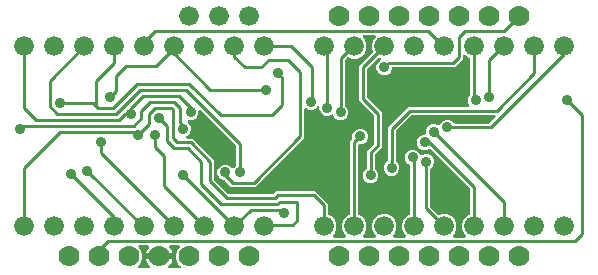
<source format=gbr>
G04 EAGLE Gerber RS-274X export*
G75*
%MOMM*%
%FSLAX34Y34*%
%LPD*%
%INTop Copper*%
%IPPOS*%
%AMOC8*
5,1,8,0,0,1.08239X$1,22.5*%
G01*
%ADD10C,1.676400*%
%ADD11C,1.778000*%
%ADD12C,0.254000*%
%ADD13C,0.906400*%

G36*
X42542Y-85580D02*
X42542Y-85580D01*
X42681Y-85567D01*
X42700Y-85560D01*
X42720Y-85557D01*
X42849Y-85506D01*
X42980Y-85459D01*
X42997Y-85448D01*
X43016Y-85440D01*
X43128Y-85359D01*
X43243Y-85281D01*
X43257Y-85265D01*
X43273Y-85254D01*
X43362Y-85146D01*
X43454Y-85042D01*
X43463Y-85024D01*
X43476Y-85009D01*
X43535Y-84883D01*
X43598Y-84759D01*
X43603Y-84739D01*
X43611Y-84721D01*
X43637Y-84584D01*
X43668Y-84449D01*
X43667Y-84428D01*
X43671Y-84409D01*
X43662Y-84270D01*
X43658Y-84131D01*
X43653Y-84111D01*
X43651Y-84091D01*
X43609Y-83959D01*
X43570Y-83825D01*
X43560Y-83808D01*
X43553Y-83789D01*
X43479Y-83671D01*
X43408Y-83551D01*
X43390Y-83530D01*
X43383Y-83520D01*
X43368Y-83506D01*
X43302Y-83431D01*
X41971Y-82099D01*
X40385Y-78272D01*
X40385Y-74128D01*
X41971Y-70301D01*
X44901Y-67371D01*
X46714Y-66620D01*
X46739Y-66605D01*
X46767Y-66596D01*
X46877Y-66527D01*
X46990Y-66462D01*
X47011Y-66442D01*
X47036Y-66426D01*
X47125Y-66331D01*
X47218Y-66241D01*
X47234Y-66216D01*
X47254Y-66194D01*
X47317Y-66080D01*
X47385Y-65970D01*
X47393Y-65942D01*
X47408Y-65916D01*
X47440Y-65790D01*
X47478Y-65666D01*
X47480Y-65636D01*
X47487Y-65608D01*
X47497Y-65447D01*
X47497Y-3712D01*
X48944Y-2266D01*
X49004Y-2187D01*
X49072Y-2115D01*
X49101Y-2062D01*
X49138Y-2014D01*
X49178Y-1923D01*
X49226Y-1837D01*
X49241Y-1778D01*
X49265Y-1723D01*
X49280Y-1625D01*
X49305Y-1529D01*
X49311Y-1429D01*
X49315Y-1408D01*
X49313Y-1396D01*
X49315Y-1368D01*
X49315Y1306D01*
X50315Y3719D01*
X52161Y5565D01*
X54574Y6565D01*
X57186Y6565D01*
X59599Y5565D01*
X61445Y3719D01*
X62445Y1306D01*
X62445Y-1306D01*
X61445Y-3719D01*
X59599Y-5565D01*
X57186Y-6565D01*
X55372Y-6565D01*
X55254Y-6580D01*
X55135Y-6587D01*
X55097Y-6600D01*
X55056Y-6605D01*
X54946Y-6648D01*
X54833Y-6685D01*
X54798Y-6707D01*
X54761Y-6722D01*
X54665Y-6791D01*
X54564Y-6855D01*
X54536Y-6885D01*
X54503Y-6908D01*
X54427Y-7000D01*
X54346Y-7087D01*
X54326Y-7122D01*
X54301Y-7153D01*
X54250Y-7261D01*
X54192Y-7365D01*
X54182Y-7405D01*
X54165Y-7441D01*
X54143Y-7558D01*
X54113Y-7673D01*
X54109Y-7733D01*
X54105Y-7753D01*
X54107Y-7774D01*
X54103Y-7834D01*
X54103Y-65447D01*
X54106Y-65476D01*
X54104Y-65506D01*
X54126Y-65634D01*
X54143Y-65763D01*
X54153Y-65790D01*
X54158Y-65819D01*
X54212Y-65938D01*
X54260Y-66058D01*
X54277Y-66082D01*
X54289Y-66109D01*
X54370Y-66211D01*
X54446Y-66316D01*
X54469Y-66335D01*
X54488Y-66358D01*
X54591Y-66436D01*
X54691Y-66519D01*
X54718Y-66531D01*
X54742Y-66549D01*
X54886Y-66620D01*
X56699Y-67371D01*
X59629Y-70301D01*
X61215Y-74128D01*
X61215Y-78272D01*
X59629Y-82099D01*
X58298Y-83431D01*
X58213Y-83540D01*
X58124Y-83647D01*
X58116Y-83666D01*
X58103Y-83682D01*
X58048Y-83809D01*
X57989Y-83935D01*
X57985Y-83955D01*
X57977Y-83974D01*
X57955Y-84112D01*
X57929Y-84248D01*
X57930Y-84268D01*
X57927Y-84288D01*
X57940Y-84427D01*
X57949Y-84565D01*
X57955Y-84584D01*
X57957Y-84604D01*
X58004Y-84736D01*
X58047Y-84867D01*
X58058Y-84885D01*
X58064Y-84904D01*
X58142Y-85019D01*
X58217Y-85136D01*
X58232Y-85150D01*
X58243Y-85167D01*
X58347Y-85259D01*
X58448Y-85354D01*
X58466Y-85364D01*
X58481Y-85377D01*
X58606Y-85441D01*
X58727Y-85508D01*
X58747Y-85513D01*
X58765Y-85522D01*
X58900Y-85552D01*
X59035Y-85587D01*
X59063Y-85589D01*
X59075Y-85592D01*
X59095Y-85591D01*
X59196Y-85597D01*
X67804Y-85597D01*
X67942Y-85580D01*
X68081Y-85567D01*
X68100Y-85560D01*
X68120Y-85557D01*
X68249Y-85506D01*
X68380Y-85459D01*
X68397Y-85448D01*
X68416Y-85440D01*
X68528Y-85359D01*
X68643Y-85281D01*
X68657Y-85265D01*
X68673Y-85254D01*
X68762Y-85146D01*
X68854Y-85042D01*
X68863Y-85024D01*
X68876Y-85009D01*
X68935Y-84883D01*
X68998Y-84759D01*
X69003Y-84739D01*
X69011Y-84721D01*
X69037Y-84584D01*
X69068Y-84449D01*
X69067Y-84428D01*
X69071Y-84409D01*
X69062Y-84270D01*
X69058Y-84131D01*
X69053Y-84111D01*
X69051Y-84091D01*
X69009Y-83959D01*
X68970Y-83825D01*
X68960Y-83808D01*
X68953Y-83789D01*
X68879Y-83671D01*
X68808Y-83551D01*
X68790Y-83530D01*
X68783Y-83520D01*
X68768Y-83506D01*
X68702Y-83431D01*
X67371Y-82099D01*
X65785Y-78272D01*
X65785Y-74128D01*
X67371Y-70301D01*
X70301Y-67371D01*
X74128Y-65785D01*
X78272Y-65785D01*
X82099Y-67371D01*
X85029Y-70301D01*
X86615Y-74128D01*
X86615Y-78272D01*
X85029Y-82099D01*
X83698Y-83431D01*
X83613Y-83540D01*
X83524Y-83647D01*
X83516Y-83666D01*
X83503Y-83682D01*
X83448Y-83809D01*
X83389Y-83935D01*
X83385Y-83955D01*
X83377Y-83974D01*
X83355Y-84112D01*
X83329Y-84248D01*
X83330Y-84268D01*
X83327Y-84288D01*
X83340Y-84427D01*
X83349Y-84565D01*
X83355Y-84584D01*
X83357Y-84604D01*
X83404Y-84736D01*
X83447Y-84867D01*
X83458Y-84885D01*
X83464Y-84904D01*
X83542Y-85019D01*
X83617Y-85136D01*
X83632Y-85150D01*
X83643Y-85167D01*
X83747Y-85259D01*
X83848Y-85354D01*
X83866Y-85364D01*
X83881Y-85377D01*
X84006Y-85441D01*
X84127Y-85508D01*
X84147Y-85513D01*
X84165Y-85522D01*
X84300Y-85552D01*
X84435Y-85587D01*
X84463Y-85589D01*
X84475Y-85592D01*
X84495Y-85591D01*
X84596Y-85597D01*
X93204Y-85597D01*
X93342Y-85580D01*
X93481Y-85567D01*
X93500Y-85560D01*
X93520Y-85557D01*
X93649Y-85506D01*
X93780Y-85459D01*
X93797Y-85448D01*
X93816Y-85440D01*
X93928Y-85359D01*
X94043Y-85281D01*
X94057Y-85265D01*
X94073Y-85254D01*
X94162Y-85146D01*
X94254Y-85042D01*
X94263Y-85024D01*
X94276Y-85009D01*
X94335Y-84883D01*
X94398Y-84759D01*
X94403Y-84739D01*
X94411Y-84721D01*
X94437Y-84584D01*
X94468Y-84449D01*
X94467Y-84428D01*
X94471Y-84409D01*
X94462Y-84270D01*
X94458Y-84131D01*
X94453Y-84111D01*
X94451Y-84091D01*
X94409Y-83959D01*
X94370Y-83825D01*
X94360Y-83808D01*
X94353Y-83789D01*
X94279Y-83671D01*
X94208Y-83551D01*
X94190Y-83530D01*
X94183Y-83520D01*
X94168Y-83506D01*
X94102Y-83431D01*
X92771Y-82099D01*
X91185Y-78272D01*
X91185Y-74128D01*
X92771Y-70301D01*
X95701Y-67371D01*
X97514Y-66620D01*
X97539Y-66605D01*
X97567Y-66596D01*
X97677Y-66527D01*
X97790Y-66462D01*
X97811Y-66442D01*
X97836Y-66426D01*
X97925Y-66331D01*
X98018Y-66241D01*
X98034Y-66216D01*
X98054Y-66194D01*
X98117Y-66080D01*
X98185Y-65970D01*
X98193Y-65942D01*
X98208Y-65916D01*
X98240Y-65790D01*
X98278Y-65666D01*
X98280Y-65636D01*
X98287Y-65608D01*
X98297Y-65447D01*
X98297Y-24892D01*
X98294Y-24862D01*
X98296Y-24833D01*
X98274Y-24705D01*
X98257Y-24576D01*
X98247Y-24549D01*
X98242Y-24520D01*
X98188Y-24401D01*
X98140Y-24280D01*
X98123Y-24257D01*
X98111Y-24230D01*
X98030Y-24128D01*
X97954Y-24023D01*
X97931Y-24004D01*
X97912Y-23981D01*
X97809Y-23903D01*
X97709Y-23820D01*
X97682Y-23808D01*
X97658Y-23790D01*
X97514Y-23719D01*
X96611Y-23345D01*
X94765Y-21499D01*
X93765Y-19086D01*
X93765Y-16474D01*
X94765Y-14061D01*
X96611Y-12215D01*
X99024Y-11215D01*
X101636Y-11215D01*
X104049Y-12215D01*
X105895Y-14061D01*
X106418Y-15323D01*
X106477Y-15427D01*
X106529Y-15534D01*
X106555Y-15564D01*
X106576Y-15600D01*
X106659Y-15685D01*
X106736Y-15776D01*
X106769Y-15799D01*
X106797Y-15828D01*
X106898Y-15890D01*
X106996Y-15959D01*
X107033Y-15973D01*
X107068Y-15994D01*
X107182Y-16029D01*
X107293Y-16071D01*
X107333Y-16076D01*
X107372Y-16088D01*
X107491Y-16093D01*
X107609Y-16107D01*
X107649Y-16101D01*
X107690Y-16103D01*
X107806Y-16079D01*
X107924Y-16062D01*
X107981Y-16043D01*
X108001Y-16039D01*
X108019Y-16030D01*
X108076Y-16010D01*
X110454Y-15025D01*
X113066Y-15025D01*
X115479Y-16025D01*
X117325Y-17871D01*
X118325Y-20284D01*
X118325Y-22896D01*
X117325Y-25309D01*
X115434Y-27199D01*
X115374Y-27278D01*
X115306Y-27350D01*
X115277Y-27403D01*
X115240Y-27451D01*
X115200Y-27542D01*
X115152Y-27628D01*
X115137Y-27687D01*
X115113Y-27743D01*
X115098Y-27841D01*
X115073Y-27936D01*
X115067Y-28036D01*
X115063Y-28057D01*
X115065Y-28069D01*
X115063Y-28097D01*
X115063Y-59066D01*
X115075Y-59164D01*
X115078Y-59263D01*
X115095Y-59322D01*
X115103Y-59382D01*
X115139Y-59474D01*
X115167Y-59569D01*
X115197Y-59621D01*
X115220Y-59677D01*
X115278Y-59757D01*
X115328Y-59843D01*
X115394Y-59918D01*
X115406Y-59935D01*
X115416Y-59943D01*
X115434Y-59964D01*
X121732Y-66261D01*
X121755Y-66279D01*
X121774Y-66302D01*
X121880Y-66376D01*
X121983Y-66456D01*
X122010Y-66468D01*
X122034Y-66485D01*
X122156Y-66531D01*
X122275Y-66582D01*
X122304Y-66587D01*
X122332Y-66598D01*
X122461Y-66612D01*
X122589Y-66632D01*
X122619Y-66630D01*
X122648Y-66633D01*
X122776Y-66615D01*
X122906Y-66603D01*
X122934Y-66593D01*
X122963Y-66588D01*
X123115Y-66536D01*
X124928Y-65785D01*
X129072Y-65785D01*
X132899Y-67371D01*
X135829Y-70301D01*
X137415Y-74128D01*
X137415Y-78272D01*
X135829Y-82099D01*
X134498Y-83431D01*
X134413Y-83540D01*
X134324Y-83647D01*
X134316Y-83666D01*
X134303Y-83682D01*
X134248Y-83809D01*
X134189Y-83935D01*
X134185Y-83955D01*
X134177Y-83974D01*
X134155Y-84112D01*
X134129Y-84248D01*
X134130Y-84268D01*
X134127Y-84288D01*
X134140Y-84427D01*
X134149Y-84565D01*
X134155Y-84584D01*
X134157Y-84604D01*
X134204Y-84736D01*
X134247Y-84867D01*
X134258Y-84885D01*
X134264Y-84904D01*
X134342Y-85019D01*
X134417Y-85136D01*
X134432Y-85150D01*
X134443Y-85167D01*
X134547Y-85259D01*
X134648Y-85354D01*
X134666Y-85364D01*
X134681Y-85377D01*
X134806Y-85441D01*
X134927Y-85508D01*
X134947Y-85513D01*
X134965Y-85522D01*
X135100Y-85552D01*
X135235Y-85587D01*
X135263Y-85589D01*
X135275Y-85592D01*
X135295Y-85591D01*
X135396Y-85597D01*
X144004Y-85597D01*
X144142Y-85580D01*
X144281Y-85567D01*
X144300Y-85560D01*
X144320Y-85557D01*
X144449Y-85506D01*
X144580Y-85459D01*
X144597Y-85448D01*
X144616Y-85440D01*
X144728Y-85359D01*
X144843Y-85281D01*
X144857Y-85265D01*
X144873Y-85254D01*
X144962Y-85146D01*
X145054Y-85042D01*
X145063Y-85024D01*
X145076Y-85009D01*
X145135Y-84883D01*
X145198Y-84759D01*
X145203Y-84739D01*
X145211Y-84721D01*
X145237Y-84584D01*
X145268Y-84449D01*
X145267Y-84428D01*
X145271Y-84409D01*
X145262Y-84270D01*
X145258Y-84131D01*
X145253Y-84111D01*
X145251Y-84091D01*
X145209Y-83959D01*
X145170Y-83825D01*
X145160Y-83808D01*
X145153Y-83789D01*
X145079Y-83671D01*
X145008Y-83551D01*
X144990Y-83530D01*
X144983Y-83520D01*
X144968Y-83506D01*
X144902Y-83431D01*
X143571Y-82099D01*
X141985Y-78272D01*
X141985Y-74128D01*
X143571Y-70301D01*
X146501Y-67371D01*
X148314Y-66620D01*
X148339Y-66605D01*
X148367Y-66596D01*
X148477Y-66527D01*
X148590Y-66462D01*
X148611Y-66442D01*
X148636Y-66426D01*
X148725Y-66331D01*
X148818Y-66241D01*
X148834Y-66216D01*
X148854Y-66194D01*
X148917Y-66080D01*
X148985Y-65970D01*
X148993Y-65942D01*
X149008Y-65916D01*
X149040Y-65790D01*
X149078Y-65666D01*
X149080Y-65636D01*
X149087Y-65608D01*
X149097Y-65447D01*
X149097Y-45074D01*
X149085Y-44976D01*
X149082Y-44877D01*
X149065Y-44818D01*
X149057Y-44758D01*
X149021Y-44666D01*
X148993Y-44571D01*
X148963Y-44519D01*
X148940Y-44463D01*
X148882Y-44383D01*
X148832Y-44297D01*
X148766Y-44222D01*
X148754Y-44205D01*
X148744Y-44197D01*
X148726Y-44176D01*
X115505Y-10956D01*
X115482Y-10938D01*
X115463Y-10916D01*
X115357Y-10841D01*
X115254Y-10761D01*
X115227Y-10750D01*
X115203Y-10733D01*
X115082Y-10687D01*
X114962Y-10635D01*
X114933Y-10630D01*
X114906Y-10620D01*
X114777Y-10605D01*
X114648Y-10585D01*
X114619Y-10588D01*
X114589Y-10585D01*
X114461Y-10603D01*
X114332Y-10615D01*
X114304Y-10625D01*
X114275Y-10629D01*
X114122Y-10681D01*
X111796Y-11645D01*
X109184Y-11645D01*
X106771Y-10645D01*
X104925Y-8799D01*
X103925Y-6386D01*
X103925Y-3774D01*
X104925Y-1361D01*
X106771Y485D01*
X109184Y1485D01*
X110276Y1485D01*
X110394Y1500D01*
X110513Y1507D01*
X110551Y1520D01*
X110592Y1525D01*
X110702Y1568D01*
X110815Y1605D01*
X110850Y1627D01*
X110887Y1642D01*
X110983Y1711D01*
X111084Y1775D01*
X111112Y1805D01*
X111145Y1828D01*
X111221Y1920D01*
X111302Y2007D01*
X111322Y2042D01*
X111347Y2073D01*
X111398Y2181D01*
X111456Y2285D01*
X111466Y2325D01*
X111483Y2361D01*
X111505Y2478D01*
X111535Y2593D01*
X111539Y2653D01*
X111543Y2673D01*
X111541Y2694D01*
X111545Y2754D01*
X111545Y5116D01*
X112545Y7529D01*
X114391Y9375D01*
X116804Y10375D01*
X119416Y10375D01*
X121794Y9390D01*
X121908Y9358D01*
X122021Y9320D01*
X122061Y9317D01*
X122100Y9306D01*
X122219Y9304D01*
X122338Y9295D01*
X122378Y9301D01*
X122418Y9301D01*
X122534Y9329D01*
X122651Y9349D01*
X122688Y9366D01*
X122728Y9375D01*
X122833Y9431D01*
X122941Y9480D01*
X122973Y9505D01*
X123009Y9524D01*
X123097Y9604D01*
X123190Y9678D01*
X123214Y9710D01*
X123244Y9738D01*
X123309Y9837D01*
X123381Y9932D01*
X123408Y9986D01*
X123419Y10003D01*
X123425Y10023D01*
X123452Y10077D01*
X123975Y11339D01*
X125821Y13185D01*
X128234Y14185D01*
X130846Y14185D01*
X133259Y13185D01*
X135149Y11294D01*
X135228Y11234D01*
X135300Y11166D01*
X135353Y11137D01*
X135401Y11100D01*
X135492Y11060D01*
X135578Y11012D01*
X135637Y10997D01*
X135693Y10973D01*
X135791Y10958D01*
X135886Y10933D01*
X135986Y10927D01*
X136007Y10923D01*
X136019Y10925D01*
X136047Y10923D01*
X164476Y10923D01*
X164574Y10935D01*
X164673Y10938D01*
X164732Y10955D01*
X164792Y10963D01*
X164884Y10999D01*
X164979Y11027D01*
X165031Y11057D01*
X165087Y11080D01*
X165167Y11138D01*
X165253Y11188D01*
X165328Y11254D01*
X165345Y11266D01*
X165353Y11276D01*
X165374Y11294D01*
X170200Y16121D01*
X170285Y16230D01*
X170374Y16337D01*
X170382Y16356D01*
X170395Y16372D01*
X170450Y16500D01*
X170509Y16625D01*
X170513Y16645D01*
X170521Y16664D01*
X170543Y16802D01*
X170569Y16938D01*
X170568Y16958D01*
X170571Y16978D01*
X170558Y17117D01*
X170549Y17255D01*
X170543Y17274D01*
X170541Y17294D01*
X170494Y17426D01*
X170451Y17557D01*
X170440Y17575D01*
X170433Y17594D01*
X170355Y17709D01*
X170281Y17826D01*
X170266Y17840D01*
X170255Y17857D01*
X170151Y17949D01*
X170049Y18044D01*
X170032Y18054D01*
X170016Y18067D01*
X169892Y18131D01*
X169771Y18198D01*
X169751Y18203D01*
X169733Y18212D01*
X169597Y18242D01*
X169463Y18277D01*
X169435Y18279D01*
X169423Y18282D01*
X169402Y18281D01*
X169302Y18287D01*
X99684Y18287D01*
X99586Y18275D01*
X99487Y18272D01*
X99428Y18255D01*
X99368Y18247D01*
X99276Y18211D01*
X99181Y18183D01*
X99129Y18153D01*
X99073Y18130D01*
X98993Y18072D01*
X98907Y18022D01*
X98832Y17956D01*
X98815Y17944D01*
X98807Y17934D01*
X98786Y17916D01*
X86224Y5354D01*
X86164Y5275D01*
X86096Y5203D01*
X86067Y5150D01*
X86030Y5102D01*
X85990Y5011D01*
X85942Y4925D01*
X85927Y4866D01*
X85903Y4811D01*
X85888Y4713D01*
X85863Y4617D01*
X85857Y4517D01*
X85853Y4496D01*
X85855Y4484D01*
X85853Y4456D01*
X85853Y-20163D01*
X85865Y-20261D01*
X85868Y-20360D01*
X85885Y-20418D01*
X85893Y-20479D01*
X85929Y-20571D01*
X85957Y-20666D01*
X85987Y-20718D01*
X86010Y-20774D01*
X86068Y-20854D01*
X86118Y-20940D01*
X86184Y-21015D01*
X86196Y-21032D01*
X86206Y-21039D01*
X86224Y-21061D01*
X88115Y-22951D01*
X89115Y-25364D01*
X89115Y-27976D01*
X88115Y-30389D01*
X86269Y-32235D01*
X83856Y-33235D01*
X81244Y-33235D01*
X78831Y-32235D01*
X76985Y-30389D01*
X75985Y-27976D01*
X75985Y-25364D01*
X76985Y-22951D01*
X78876Y-21061D01*
X78936Y-20982D01*
X79004Y-20910D01*
X79033Y-20857D01*
X79070Y-20809D01*
X79110Y-20718D01*
X79158Y-20632D01*
X79173Y-20573D01*
X79197Y-20517D01*
X79212Y-20419D01*
X79237Y-20324D01*
X79243Y-20224D01*
X79247Y-20203D01*
X79245Y-20191D01*
X79247Y-20163D01*
X79247Y7718D01*
X96422Y24893D01*
X146979Y24893D01*
X147029Y24899D01*
X147078Y24897D01*
X147185Y24919D01*
X147295Y24933D01*
X147341Y24951D01*
X147390Y24961D01*
X147488Y25009D01*
X147590Y25050D01*
X147630Y25079D01*
X147675Y25101D01*
X147759Y25172D01*
X147848Y25236D01*
X147879Y25275D01*
X147917Y25307D01*
X147980Y25397D01*
X148051Y25481D01*
X148072Y25526D01*
X148100Y25567D01*
X148139Y25670D01*
X148186Y25769D01*
X148195Y25818D01*
X148213Y25864D01*
X148225Y25974D01*
X148246Y26081D01*
X148243Y26131D01*
X148248Y26180D01*
X148233Y26289D01*
X148226Y26399D01*
X148211Y26446D01*
X148204Y26495D01*
X148152Y26648D01*
X147105Y29174D01*
X147105Y31786D01*
X148105Y34199D01*
X148726Y34819D01*
X148786Y34898D01*
X148854Y34970D01*
X148883Y35023D01*
X148920Y35071D01*
X148960Y35162D01*
X149008Y35248D01*
X149023Y35307D01*
X149047Y35363D01*
X149062Y35461D01*
X149087Y35556D01*
X149093Y35656D01*
X149097Y35677D01*
X149095Y35689D01*
X149097Y35717D01*
X149097Y65447D01*
X149094Y65476D01*
X149096Y65506D01*
X149074Y65634D01*
X149057Y65763D01*
X149047Y65790D01*
X149042Y65819D01*
X148988Y65938D01*
X148940Y66058D01*
X148923Y66082D01*
X148911Y66109D01*
X148830Y66211D01*
X148754Y66316D01*
X148731Y66335D01*
X148712Y66358D01*
X148609Y66436D01*
X148509Y66519D01*
X148482Y66531D01*
X148458Y66549D01*
X148314Y66620D01*
X146501Y67371D01*
X145169Y68702D01*
X145060Y68787D01*
X144953Y68876D01*
X144934Y68884D01*
X144918Y68897D01*
X144791Y68952D01*
X144665Y69011D01*
X144645Y69015D01*
X144626Y69023D01*
X144488Y69045D01*
X144352Y69071D01*
X144332Y69070D01*
X144312Y69073D01*
X144173Y69060D01*
X144035Y69051D01*
X144016Y69045D01*
X143996Y69043D01*
X143864Y68996D01*
X143733Y68953D01*
X143715Y68942D01*
X143696Y68936D01*
X143581Y68858D01*
X143464Y68783D01*
X143450Y68768D01*
X143433Y68757D01*
X143341Y68653D01*
X143246Y68552D01*
X143236Y68534D01*
X143223Y68519D01*
X143159Y68394D01*
X143092Y68273D01*
X143087Y68253D01*
X143078Y68235D01*
X143048Y68100D01*
X143013Y67965D01*
X143011Y67937D01*
X143008Y67925D01*
X143009Y67905D01*
X143003Y67804D01*
X143003Y65942D01*
X135988Y58927D01*
X84034Y58927D01*
X83916Y58912D01*
X83797Y58905D01*
X83759Y58892D01*
X83718Y58887D01*
X83608Y58844D01*
X83495Y58807D01*
X83460Y58785D01*
X83423Y58770D01*
X83327Y58701D01*
X83226Y58637D01*
X83198Y58607D01*
X83165Y58584D01*
X83089Y58492D01*
X83008Y58405D01*
X82988Y58370D01*
X82963Y58339D01*
X82912Y58231D01*
X82854Y58127D01*
X82844Y58087D01*
X82827Y58051D01*
X82805Y57934D01*
X82775Y57819D01*
X82771Y57759D01*
X82767Y57739D01*
X82769Y57718D01*
X82765Y57658D01*
X82765Y57114D01*
X81765Y54701D01*
X79919Y52855D01*
X77506Y51855D01*
X74894Y51855D01*
X72481Y52855D01*
X70635Y54701D01*
X69635Y57114D01*
X69635Y59726D01*
X70635Y62139D01*
X72481Y63985D01*
X72647Y64054D01*
X72767Y64123D01*
X72890Y64188D01*
X72905Y64201D01*
X72923Y64211D01*
X73023Y64308D01*
X73126Y64402D01*
X73137Y64418D01*
X73151Y64433D01*
X73224Y64551D01*
X73300Y64667D01*
X73307Y64686D01*
X73318Y64704D01*
X73359Y64837D01*
X73404Y64968D01*
X73405Y64988D01*
X73411Y65008D01*
X73418Y65146D01*
X73429Y65285D01*
X73425Y65305D01*
X73426Y65325D01*
X73398Y65462D01*
X73374Y65598D01*
X73366Y65617D01*
X73362Y65637D01*
X73301Y65762D01*
X73244Y65888D01*
X73231Y65904D01*
X73222Y65922D01*
X73132Y66028D01*
X73045Y66137D01*
X73029Y66149D01*
X73016Y66164D01*
X72903Y66244D01*
X72791Y66328D01*
X72766Y66341D01*
X72756Y66348D01*
X72737Y66355D01*
X72647Y66399D01*
X72315Y66536D01*
X72287Y66544D01*
X72260Y66558D01*
X72134Y66586D01*
X72008Y66620D01*
X71979Y66621D01*
X71950Y66627D01*
X71820Y66623D01*
X71690Y66625D01*
X71662Y66618D01*
X71632Y66618D01*
X71507Y66581D01*
X71381Y66551D01*
X71355Y66537D01*
X71327Y66529D01*
X71215Y66463D01*
X71100Y66402D01*
X71078Y66383D01*
X71053Y66368D01*
X70932Y66261D01*
X62094Y57424D01*
X62034Y57345D01*
X61966Y57273D01*
X61937Y57220D01*
X61900Y57172D01*
X61860Y57081D01*
X61812Y56995D01*
X61797Y56936D01*
X61773Y56881D01*
X61758Y56783D01*
X61733Y56687D01*
X61727Y56587D01*
X61723Y56567D01*
X61725Y56554D01*
X61723Y56526D01*
X61723Y33644D01*
X61735Y33546D01*
X61738Y33447D01*
X61755Y33388D01*
X61763Y33328D01*
X61799Y33236D01*
X61827Y33141D01*
X61857Y33089D01*
X61880Y33033D01*
X61938Y32953D01*
X61988Y32867D01*
X62054Y32792D01*
X62066Y32775D01*
X62076Y32767D01*
X62094Y32746D01*
X74423Y20418D01*
X74423Y-8988D01*
X68444Y-14966D01*
X68384Y-15045D01*
X68316Y-15117D01*
X68287Y-15170D01*
X68250Y-15218D01*
X68210Y-15309D01*
X68162Y-15395D01*
X68147Y-15454D01*
X68123Y-15509D01*
X68108Y-15607D01*
X68083Y-15703D01*
X68077Y-15803D01*
X68073Y-15824D01*
X68075Y-15836D01*
X68073Y-15864D01*
X68073Y-26513D01*
X68085Y-26611D01*
X68088Y-26710D01*
X68105Y-26768D01*
X68113Y-26829D01*
X68149Y-26921D01*
X68177Y-27016D01*
X68207Y-27068D01*
X68230Y-27124D01*
X68288Y-27204D01*
X68338Y-27290D01*
X68404Y-27365D01*
X68416Y-27382D01*
X68426Y-27389D01*
X68444Y-27411D01*
X70335Y-29301D01*
X71335Y-31714D01*
X71335Y-34326D01*
X70335Y-36739D01*
X68489Y-38585D01*
X66076Y-39585D01*
X63464Y-39585D01*
X61051Y-38585D01*
X59205Y-36739D01*
X58205Y-34326D01*
X58205Y-31714D01*
X59205Y-29301D01*
X61096Y-27411D01*
X61156Y-27332D01*
X61224Y-27260D01*
X61253Y-27207D01*
X61290Y-27159D01*
X61330Y-27068D01*
X61378Y-26982D01*
X61393Y-26923D01*
X61417Y-26867D01*
X61432Y-26769D01*
X61457Y-26674D01*
X61463Y-26574D01*
X61467Y-26553D01*
X61465Y-26541D01*
X61467Y-26513D01*
X61467Y-12602D01*
X67446Y-6624D01*
X67506Y-6545D01*
X67574Y-6473D01*
X67603Y-6420D01*
X67640Y-6372D01*
X67680Y-6281D01*
X67728Y-6195D01*
X67743Y-6136D01*
X67767Y-6081D01*
X67782Y-5983D01*
X67807Y-5887D01*
X67813Y-5787D01*
X67817Y-5766D01*
X67815Y-5754D01*
X67817Y-5726D01*
X67817Y17156D01*
X67805Y17254D01*
X67802Y17353D01*
X67785Y17412D01*
X67777Y17472D01*
X67741Y17564D01*
X67713Y17659D01*
X67683Y17711D01*
X67660Y17767D01*
X67602Y17847D01*
X67552Y17933D01*
X67486Y18008D01*
X67474Y18025D01*
X67464Y18033D01*
X67446Y18054D01*
X55117Y30382D01*
X55117Y59788D01*
X57423Y62094D01*
X57424Y62094D01*
X66261Y70932D01*
X66279Y70955D01*
X66302Y70974D01*
X66376Y71080D01*
X66456Y71183D01*
X66468Y71210D01*
X66485Y71234D01*
X66531Y71356D01*
X66582Y71475D01*
X66587Y71504D01*
X66598Y71532D01*
X66612Y71661D01*
X66632Y71789D01*
X66630Y71819D01*
X66633Y71848D01*
X66615Y71976D01*
X66603Y72106D01*
X66593Y72134D01*
X66588Y72163D01*
X66536Y72315D01*
X65785Y74128D01*
X65785Y78272D01*
X67371Y82099D01*
X68702Y83431D01*
X68787Y83540D01*
X68876Y83647D01*
X68884Y83666D01*
X68897Y83682D01*
X68952Y83809D01*
X69011Y83935D01*
X69015Y83955D01*
X69023Y83974D01*
X69045Y84112D01*
X69071Y84248D01*
X69070Y84268D01*
X69073Y84288D01*
X69060Y84427D01*
X69051Y84565D01*
X69045Y84584D01*
X69043Y84604D01*
X68996Y84736D01*
X68953Y84867D01*
X68942Y84885D01*
X68936Y84904D01*
X68858Y85019D01*
X68783Y85136D01*
X68768Y85150D01*
X68757Y85167D01*
X68653Y85259D01*
X68552Y85354D01*
X68534Y85364D01*
X68519Y85377D01*
X68394Y85441D01*
X68273Y85508D01*
X68253Y85513D01*
X68235Y85522D01*
X68100Y85552D01*
X67965Y85587D01*
X67937Y85589D01*
X67925Y85592D01*
X67905Y85591D01*
X67804Y85597D01*
X59196Y85597D01*
X59058Y85580D01*
X58919Y85567D01*
X58900Y85560D01*
X58880Y85557D01*
X58751Y85506D01*
X58620Y85459D01*
X58603Y85448D01*
X58584Y85440D01*
X58472Y85359D01*
X58357Y85281D01*
X58343Y85265D01*
X58327Y85254D01*
X58238Y85146D01*
X58146Y85042D01*
X58137Y85024D01*
X58124Y85009D01*
X58065Y84883D01*
X58002Y84759D01*
X57997Y84739D01*
X57989Y84721D01*
X57963Y84584D01*
X57932Y84449D01*
X57933Y84428D01*
X57929Y84409D01*
X57938Y84270D01*
X57942Y84131D01*
X57947Y84111D01*
X57949Y84091D01*
X57991Y83959D01*
X58030Y83825D01*
X58040Y83808D01*
X58047Y83789D01*
X58121Y83671D01*
X58192Y83551D01*
X58210Y83530D01*
X58217Y83520D01*
X58232Y83506D01*
X58298Y83431D01*
X59629Y82099D01*
X61215Y78272D01*
X61215Y74128D01*
X59629Y70301D01*
X56699Y67371D01*
X52872Y65785D01*
X48728Y65785D01*
X46017Y66908D01*
X45989Y66916D01*
X45962Y66930D01*
X45836Y66958D01*
X45710Y66992D01*
X45681Y66993D01*
X45652Y66999D01*
X45522Y66995D01*
X45392Y66997D01*
X45364Y66990D01*
X45334Y66990D01*
X45209Y66953D01*
X45083Y66923D01*
X45057Y66909D01*
X45029Y66901D01*
X44917Y66835D01*
X44802Y66774D01*
X44780Y66755D01*
X44755Y66740D01*
X44634Y66633D01*
X43044Y65044D01*
X42984Y64965D01*
X42916Y64893D01*
X42887Y64840D01*
X42850Y64792D01*
X42810Y64701D01*
X42762Y64615D01*
X42747Y64556D01*
X42723Y64501D01*
X42708Y64403D01*
X42683Y64307D01*
X42677Y64207D01*
X42673Y64186D01*
X42675Y64174D01*
X42673Y64146D01*
X42673Y26827D01*
X42685Y26729D01*
X42688Y26630D01*
X42705Y26571D01*
X42713Y26511D01*
X42749Y26419D01*
X42777Y26324D01*
X42807Y26272D01*
X42830Y26216D01*
X42888Y26136D01*
X42938Y26050D01*
X43004Y25975D01*
X43016Y25958D01*
X43026Y25951D01*
X43044Y25929D01*
X44935Y24039D01*
X45935Y21626D01*
X45935Y19014D01*
X44935Y16601D01*
X43089Y14755D01*
X40676Y13755D01*
X38064Y13755D01*
X35651Y14755D01*
X33805Y16601D01*
X33282Y17863D01*
X33223Y17967D01*
X33171Y18074D01*
X33145Y18104D01*
X33124Y18140D01*
X33041Y18225D01*
X32964Y18316D01*
X32931Y18339D01*
X32903Y18368D01*
X32802Y18430D01*
X32704Y18499D01*
X32667Y18513D01*
X32632Y18534D01*
X32518Y18569D01*
X32407Y18611D01*
X32367Y18616D01*
X32328Y18628D01*
X32209Y18633D01*
X32091Y18647D01*
X32051Y18641D01*
X32010Y18643D01*
X31894Y18619D01*
X31776Y18602D01*
X31719Y18583D01*
X31699Y18579D01*
X31681Y18570D01*
X31624Y18550D01*
X29246Y17565D01*
X26634Y17565D01*
X24221Y18565D01*
X22375Y20411D01*
X21375Y22824D01*
X21375Y24267D01*
X21358Y24405D01*
X21345Y24543D01*
X21338Y24563D01*
X21335Y24583D01*
X21284Y24712D01*
X21237Y24843D01*
X21226Y24860D01*
X21218Y24878D01*
X21137Y24991D01*
X21059Y25106D01*
X21043Y25119D01*
X21032Y25136D01*
X20924Y25224D01*
X20820Y25316D01*
X20802Y25326D01*
X20787Y25338D01*
X20661Y25398D01*
X20537Y25461D01*
X20517Y25465D01*
X20499Y25474D01*
X20362Y25500D01*
X20227Y25531D01*
X20206Y25530D01*
X20187Y25534D01*
X20048Y25525D01*
X19909Y25521D01*
X19889Y25515D01*
X19869Y25514D01*
X19737Y25471D01*
X19603Y25433D01*
X19586Y25422D01*
X19567Y25416D01*
X19449Y25342D01*
X19329Y25271D01*
X19308Y25252D01*
X19298Y25246D01*
X19284Y25231D01*
X19209Y25165D01*
X17689Y23645D01*
X15276Y22645D01*
X12664Y22645D01*
X10138Y23692D01*
X10090Y23705D01*
X10045Y23726D01*
X9937Y23747D01*
X9831Y23776D01*
X9781Y23776D01*
X9732Y23786D01*
X9623Y23779D01*
X9513Y23781D01*
X9465Y23769D01*
X9415Y23766D01*
X9311Y23732D01*
X9204Y23707D01*
X9160Y23683D01*
X9113Y23668D01*
X9020Y23609D01*
X8923Y23558D01*
X8886Y23525D01*
X8844Y23498D01*
X8769Y23418D01*
X8687Y23344D01*
X8660Y23302D01*
X8626Y23266D01*
X8573Y23170D01*
X8513Y23078D01*
X8496Y23031D01*
X8472Y22988D01*
X8445Y22881D01*
X8409Y22777D01*
X8405Y22728D01*
X8393Y22680D01*
X8383Y22519D01*
X8383Y-1368D01*
X-30616Y-40366D01*
X-32922Y-42673D01*
X-53438Y-42673D01*
X-58694Y-37416D01*
X-58773Y-37356D01*
X-58845Y-37288D01*
X-58898Y-37259D01*
X-58946Y-37222D01*
X-59037Y-37182D01*
X-59123Y-37134D01*
X-59182Y-37119D01*
X-59237Y-37095D01*
X-59335Y-37080D01*
X-59431Y-37055D01*
X-59531Y-37049D01*
X-59552Y-37045D01*
X-59564Y-37047D01*
X-59592Y-37045D01*
X-59726Y-37045D01*
X-62139Y-36045D01*
X-63985Y-34199D01*
X-64985Y-31786D01*
X-64985Y-29174D01*
X-63985Y-26761D01*
X-62139Y-24915D01*
X-59726Y-23915D01*
X-57114Y-23915D01*
X-54701Y-24915D01*
X-52967Y-26649D01*
X-52873Y-26722D01*
X-52784Y-26800D01*
X-52748Y-26819D01*
X-52716Y-26844D01*
X-52607Y-26891D01*
X-52501Y-26945D01*
X-52462Y-26954D01*
X-52424Y-26970D01*
X-52307Y-26989D01*
X-52191Y-27015D01*
X-52150Y-27013D01*
X-52110Y-27020D01*
X-51992Y-27009D01*
X-51873Y-27005D01*
X-51834Y-26994D01*
X-51794Y-26990D01*
X-51681Y-26950D01*
X-51567Y-26917D01*
X-51532Y-26896D01*
X-51494Y-26882D01*
X-51396Y-26815D01*
X-51293Y-26755D01*
X-51248Y-26715D01*
X-51231Y-26704D01*
X-51218Y-26688D01*
X-51172Y-26649D01*
X-49394Y-24871D01*
X-49334Y-24792D01*
X-49266Y-24720D01*
X-49237Y-24667D01*
X-49200Y-24619D01*
X-49160Y-24528D01*
X-49112Y-24442D01*
X-49097Y-24383D01*
X-49073Y-24327D01*
X-49058Y-24229D01*
X-49033Y-24134D01*
X-49027Y-24034D01*
X-49023Y-24013D01*
X-49025Y-24001D01*
X-49023Y-23973D01*
X-49023Y-8244D01*
X-49035Y-8146D01*
X-49038Y-8047D01*
X-49055Y-7988D01*
X-49063Y-7928D01*
X-49099Y-7836D01*
X-49127Y-7741D01*
X-49157Y-7689D01*
X-49180Y-7633D01*
X-49238Y-7553D01*
X-49288Y-7467D01*
X-49354Y-7392D01*
X-49366Y-7375D01*
X-49376Y-7367D01*
X-49394Y-7346D01*
X-78899Y22158D01*
X-79008Y22243D01*
X-79115Y22332D01*
X-79134Y22340D01*
X-79150Y22353D01*
X-79278Y22408D01*
X-79403Y22467D01*
X-79423Y22471D01*
X-79442Y22479D01*
X-79580Y22501D01*
X-79716Y22527D01*
X-79736Y22526D01*
X-79756Y22529D01*
X-79895Y22516D01*
X-80033Y22507D01*
X-80052Y22501D01*
X-80072Y22499D01*
X-80204Y22452D01*
X-80335Y22409D01*
X-80353Y22398D01*
X-80372Y22391D01*
X-80487Y22313D01*
X-80604Y22239D01*
X-80618Y22224D01*
X-80635Y22213D01*
X-80727Y22109D01*
X-80822Y22007D01*
X-80832Y21990D01*
X-80845Y21974D01*
X-80909Y21851D01*
X-80976Y21729D01*
X-80981Y21709D01*
X-80990Y21691D01*
X-81020Y21555D01*
X-81055Y21421D01*
X-81057Y21393D01*
X-81060Y21381D01*
X-81059Y21360D01*
X-81065Y21260D01*
X-81065Y19014D01*
X-82065Y16601D01*
X-83911Y14755D01*
X-86324Y13755D01*
X-89037Y13755D01*
X-89175Y13738D01*
X-89313Y13725D01*
X-89333Y13718D01*
X-89353Y13715D01*
X-89482Y13664D01*
X-89613Y13617D01*
X-89630Y13606D01*
X-89648Y13598D01*
X-89761Y13517D01*
X-89876Y13439D01*
X-89889Y13423D01*
X-89906Y13412D01*
X-89994Y13304D01*
X-90086Y13200D01*
X-90096Y13182D01*
X-90108Y13167D01*
X-90168Y13041D01*
X-90231Y12917D01*
X-90235Y12897D01*
X-90244Y12879D01*
X-90270Y12742D01*
X-90301Y12607D01*
X-90300Y12586D01*
X-90304Y12567D01*
X-90295Y12428D01*
X-90291Y12289D01*
X-90285Y12269D01*
X-90284Y12249D01*
X-90241Y12117D01*
X-90203Y11983D01*
X-90192Y11966D01*
X-90186Y11947D01*
X-90112Y11829D01*
X-90041Y11709D01*
X-90022Y11688D01*
X-90016Y11678D01*
X-90001Y11664D01*
X-89935Y11589D01*
X-88415Y10069D01*
X-87415Y7656D01*
X-87415Y5044D01*
X-88415Y2631D01*
X-90261Y785D01*
X-90551Y665D01*
X-90612Y630D01*
X-90677Y604D01*
X-90749Y552D01*
X-90828Y507D01*
X-90878Y459D01*
X-90934Y418D01*
X-90991Y348D01*
X-91056Y286D01*
X-91092Y226D01*
X-91137Y173D01*
X-91175Y91D01*
X-91222Y15D01*
X-91243Y-52D01*
X-91272Y-115D01*
X-91289Y-203D01*
X-91316Y-289D01*
X-91319Y-359D01*
X-91332Y-428D01*
X-91327Y-517D01*
X-91331Y-607D01*
X-91317Y-675D01*
X-91313Y-745D01*
X-91285Y-830D01*
X-91267Y-918D01*
X-91236Y-981D01*
X-91214Y-1047D01*
X-91166Y-1123D01*
X-91127Y-1204D01*
X-91082Y-1257D01*
X-91044Y-1316D01*
X-90979Y-1378D01*
X-90921Y-1446D01*
X-90864Y-1486D01*
X-90813Y-1534D01*
X-90734Y-1577D01*
X-90661Y-1629D01*
X-90595Y-1654D01*
X-90534Y-1688D01*
X-90447Y-1710D01*
X-90363Y-1742D01*
X-90294Y-1750D01*
X-90226Y-1767D01*
X-90066Y-1777D01*
X-86262Y-1777D01*
X-67817Y-20222D01*
X-67817Y-36206D01*
X-67805Y-36304D01*
X-67802Y-36403D01*
X-67785Y-36462D01*
X-67777Y-36522D01*
X-67741Y-36614D01*
X-67713Y-36709D01*
X-67683Y-36761D01*
X-67660Y-36817D01*
X-67602Y-36897D01*
X-67552Y-36983D01*
X-67486Y-37058D01*
X-67474Y-37075D01*
X-67464Y-37083D01*
X-67446Y-37104D01*
X-56154Y-48396D01*
X-56075Y-48456D01*
X-56003Y-48524D01*
X-55950Y-48553D01*
X-55902Y-48590D01*
X-55811Y-48630D01*
X-55725Y-48678D01*
X-55666Y-48693D01*
X-55611Y-48717D01*
X-55513Y-48732D01*
X-55417Y-48757D01*
X-55317Y-48763D01*
X-55296Y-48767D01*
X-55284Y-48765D01*
X-55256Y-48767D01*
X-18404Y-48767D01*
X-18306Y-48755D01*
X-18207Y-48752D01*
X-18148Y-48735D01*
X-18088Y-48727D01*
X-17996Y-48691D01*
X-17901Y-48663D01*
X-17849Y-48633D01*
X-17793Y-48610D01*
X-17712Y-48552D01*
X-17627Y-48502D01*
X-17552Y-48436D01*
X-17535Y-48424D01*
X-17527Y-48414D01*
X-17506Y-48396D01*
X-15338Y-46227D01*
X17878Y-46227D01*
X28703Y-57052D01*
X28703Y-65447D01*
X28706Y-65476D01*
X28704Y-65506D01*
X28726Y-65634D01*
X28743Y-65763D01*
X28753Y-65790D01*
X28758Y-65819D01*
X28812Y-65938D01*
X28860Y-66058D01*
X28877Y-66082D01*
X28889Y-66109D01*
X28970Y-66211D01*
X29046Y-66316D01*
X29069Y-66335D01*
X29088Y-66358D01*
X29191Y-66436D01*
X29291Y-66519D01*
X29318Y-66531D01*
X29342Y-66549D01*
X29486Y-66620D01*
X31299Y-67371D01*
X34229Y-70301D01*
X35815Y-74128D01*
X35815Y-78272D01*
X34229Y-82099D01*
X32898Y-83431D01*
X32813Y-83540D01*
X32724Y-83647D01*
X32716Y-83666D01*
X32703Y-83682D01*
X32648Y-83809D01*
X32589Y-83935D01*
X32585Y-83955D01*
X32577Y-83974D01*
X32555Y-84112D01*
X32529Y-84248D01*
X32530Y-84268D01*
X32527Y-84288D01*
X32540Y-84427D01*
X32549Y-84565D01*
X32555Y-84584D01*
X32557Y-84604D01*
X32604Y-84736D01*
X32647Y-84867D01*
X32658Y-84885D01*
X32664Y-84904D01*
X32742Y-85019D01*
X32817Y-85136D01*
X32832Y-85150D01*
X32843Y-85167D01*
X32947Y-85259D01*
X33048Y-85354D01*
X33066Y-85364D01*
X33081Y-85377D01*
X33206Y-85441D01*
X33327Y-85508D01*
X33347Y-85513D01*
X33365Y-85522D01*
X33500Y-85552D01*
X33635Y-85587D01*
X33663Y-85589D01*
X33675Y-85592D01*
X33695Y-85591D01*
X33796Y-85597D01*
X42404Y-85597D01*
X42542Y-85580D01*
G37*
G36*
X-123232Y-111742D02*
X-123232Y-111742D01*
X-123094Y-111729D01*
X-123075Y-111722D01*
X-123055Y-111719D01*
X-122925Y-111668D01*
X-122795Y-111621D01*
X-122778Y-111610D01*
X-122759Y-111602D01*
X-122647Y-111521D01*
X-122532Y-111443D01*
X-122518Y-111427D01*
X-122502Y-111416D01*
X-122413Y-111308D01*
X-122321Y-111204D01*
X-122312Y-111186D01*
X-122299Y-111171D01*
X-122240Y-111045D01*
X-122177Y-110921D01*
X-122172Y-110901D01*
X-122164Y-110883D01*
X-122138Y-110747D01*
X-122107Y-110611D01*
X-122108Y-110590D01*
X-122104Y-110571D01*
X-122112Y-110432D01*
X-122117Y-110293D01*
X-122122Y-110273D01*
X-122124Y-110253D01*
X-122166Y-110121D01*
X-122205Y-109987D01*
X-122215Y-109970D01*
X-122222Y-109951D01*
X-122296Y-109833D01*
X-122367Y-109713D01*
X-122385Y-109692D01*
X-122392Y-109682D01*
X-122407Y-109668D01*
X-122473Y-109592D01*
X-123019Y-109047D01*
X-124077Y-107591D01*
X-124893Y-105988D01*
X-125449Y-104277D01*
X-125477Y-104099D01*
X-115530Y-104099D01*
X-115412Y-104084D01*
X-115293Y-104077D01*
X-115255Y-104064D01*
X-115215Y-104059D01*
X-115104Y-104016D01*
X-114991Y-103979D01*
X-114957Y-103957D01*
X-114919Y-103942D01*
X-114823Y-103873D01*
X-114722Y-103809D01*
X-114694Y-103779D01*
X-114662Y-103756D01*
X-114586Y-103664D01*
X-114504Y-103577D01*
X-114485Y-103542D01*
X-114459Y-103511D01*
X-114408Y-103403D01*
X-114351Y-103299D01*
X-114341Y-103259D01*
X-114323Y-103223D01*
X-114303Y-103116D01*
X-114299Y-103146D01*
X-114255Y-103256D01*
X-114219Y-103369D01*
X-114197Y-103404D01*
X-114182Y-103441D01*
X-114112Y-103537D01*
X-114049Y-103638D01*
X-114019Y-103666D01*
X-113995Y-103699D01*
X-113904Y-103775D01*
X-113817Y-103856D01*
X-113782Y-103876D01*
X-113750Y-103901D01*
X-113643Y-103952D01*
X-113538Y-104010D01*
X-113499Y-104020D01*
X-113463Y-104037D01*
X-113346Y-104059D01*
X-113230Y-104089D01*
X-113170Y-104093D01*
X-113150Y-104097D01*
X-113130Y-104095D01*
X-113070Y-104099D01*
X-103123Y-104099D01*
X-103151Y-104277D01*
X-103707Y-105988D01*
X-104523Y-107591D01*
X-105581Y-109047D01*
X-106127Y-109592D01*
X-106212Y-109702D01*
X-106301Y-109809D01*
X-106310Y-109828D01*
X-106322Y-109844D01*
X-106377Y-109972D01*
X-106436Y-110097D01*
X-106440Y-110117D01*
X-106448Y-110136D01*
X-106470Y-110274D01*
X-106496Y-110410D01*
X-106495Y-110430D01*
X-106498Y-110450D01*
X-106485Y-110589D01*
X-106476Y-110727D01*
X-106470Y-110746D01*
X-106468Y-110766D01*
X-106421Y-110897D01*
X-106378Y-111029D01*
X-106368Y-111047D01*
X-106361Y-111066D01*
X-106283Y-111180D01*
X-106208Y-111298D01*
X-106194Y-111312D01*
X-106182Y-111329D01*
X-106078Y-111421D01*
X-105977Y-111516D01*
X-105959Y-111526D01*
X-105944Y-111539D01*
X-105820Y-111602D01*
X-105698Y-111670D01*
X-105679Y-111675D01*
X-105661Y-111684D01*
X-105525Y-111714D01*
X-105390Y-111749D01*
X-105362Y-111751D01*
X-105350Y-111754D01*
X-105330Y-111753D01*
X-105230Y-111759D01*
X-97252Y-111759D01*
X-97115Y-111742D01*
X-96976Y-111729D01*
X-96957Y-111722D01*
X-96936Y-111719D01*
X-96808Y-111668D01*
X-96676Y-111621D01*
X-96660Y-111610D01*
X-96641Y-111602D01*
X-96528Y-111521D01*
X-96413Y-111443D01*
X-96400Y-111427D01*
X-96383Y-111416D01*
X-96295Y-111308D01*
X-96203Y-111204D01*
X-96194Y-111186D01*
X-96181Y-111171D01*
X-96121Y-111045D01*
X-96058Y-110921D01*
X-96054Y-110901D01*
X-96045Y-110883D01*
X-96019Y-110746D01*
X-95989Y-110611D01*
X-95989Y-110590D01*
X-95985Y-110571D01*
X-95994Y-110432D01*
X-95998Y-110293D01*
X-96004Y-110273D01*
X-96005Y-110253D01*
X-96048Y-110121D01*
X-96087Y-109987D01*
X-96097Y-109970D01*
X-96103Y-109951D01*
X-96178Y-109833D01*
X-96248Y-109713D01*
X-96267Y-109692D01*
X-96273Y-109682D01*
X-96288Y-109668D01*
X-96355Y-109593D01*
X-98160Y-107787D01*
X-99823Y-103773D01*
X-99823Y-99427D01*
X-98160Y-95413D01*
X-97117Y-94369D01*
X-97032Y-94260D01*
X-96943Y-94153D01*
X-96934Y-94134D01*
X-96922Y-94118D01*
X-96866Y-93991D01*
X-96807Y-93865D01*
X-96803Y-93845D01*
X-96795Y-93826D01*
X-96773Y-93688D01*
X-96747Y-93552D01*
X-96749Y-93532D01*
X-96745Y-93512D01*
X-96758Y-93373D01*
X-96767Y-93235D01*
X-96773Y-93216D01*
X-96775Y-93196D01*
X-96822Y-93064D01*
X-96865Y-92933D01*
X-96876Y-92915D01*
X-96883Y-92896D01*
X-96961Y-92781D01*
X-97035Y-92664D01*
X-97050Y-92650D01*
X-97061Y-92633D01*
X-97165Y-92541D01*
X-97267Y-92446D01*
X-97285Y-92436D01*
X-97300Y-92423D01*
X-97424Y-92360D01*
X-97545Y-92292D01*
X-97565Y-92287D01*
X-97583Y-92278D01*
X-97719Y-92248D01*
X-97853Y-92213D01*
X-97881Y-92211D01*
X-97893Y-92208D01*
X-97914Y-92209D01*
X-98014Y-92203D01*
X-104507Y-92203D01*
X-104547Y-92208D01*
X-104587Y-92205D01*
X-104704Y-92228D01*
X-104823Y-92243D01*
X-104860Y-92257D01*
X-104899Y-92265D01*
X-105007Y-92316D01*
X-105119Y-92360D01*
X-105151Y-92383D01*
X-105187Y-92400D01*
X-105279Y-92476D01*
X-105376Y-92546D01*
X-105401Y-92577D01*
X-105432Y-92602D01*
X-105502Y-92699D01*
X-105579Y-92791D01*
X-105596Y-92827D01*
X-105619Y-92860D01*
X-105663Y-92971D01*
X-105714Y-93079D01*
X-105722Y-93118D01*
X-105736Y-93155D01*
X-105752Y-93274D01*
X-105774Y-93391D01*
X-105772Y-93431D01*
X-105777Y-93471D01*
X-105762Y-93589D01*
X-105754Y-93709D01*
X-105742Y-93747D01*
X-105737Y-93786D01*
X-105693Y-93898D01*
X-105656Y-94011D01*
X-105635Y-94045D01*
X-105620Y-94082D01*
X-105534Y-94218D01*
X-104524Y-95609D01*
X-103707Y-97212D01*
X-103151Y-98923D01*
X-103123Y-99101D01*
X-113070Y-99101D01*
X-113188Y-99116D01*
X-113307Y-99123D01*
X-113345Y-99135D01*
X-113385Y-99141D01*
X-113496Y-99184D01*
X-113609Y-99221D01*
X-113643Y-99243D01*
X-113681Y-99258D01*
X-113777Y-99327D01*
X-113878Y-99391D01*
X-113906Y-99421D01*
X-113938Y-99444D01*
X-114014Y-99536D01*
X-114096Y-99623D01*
X-114115Y-99658D01*
X-114141Y-99689D01*
X-114192Y-99797D01*
X-114249Y-99901D01*
X-114259Y-99941D01*
X-114277Y-99977D01*
X-114297Y-100084D01*
X-114301Y-100054D01*
X-114345Y-99944D01*
X-114381Y-99831D01*
X-114403Y-99796D01*
X-114418Y-99759D01*
X-114488Y-99662D01*
X-114551Y-99562D01*
X-114581Y-99534D01*
X-114605Y-99501D01*
X-114696Y-99425D01*
X-114783Y-99344D01*
X-114818Y-99324D01*
X-114850Y-99299D01*
X-114957Y-99248D01*
X-115062Y-99190D01*
X-115101Y-99180D01*
X-115137Y-99163D01*
X-115254Y-99141D01*
X-115370Y-99111D01*
X-115430Y-99107D01*
X-115450Y-99103D01*
X-115470Y-99105D01*
X-115530Y-99101D01*
X-125477Y-99101D01*
X-125449Y-98923D01*
X-124893Y-97212D01*
X-124076Y-95609D01*
X-123066Y-94218D01*
X-123047Y-94183D01*
X-123021Y-94153D01*
X-122970Y-94044D01*
X-122913Y-93939D01*
X-122903Y-93901D01*
X-122886Y-93865D01*
X-122863Y-93748D01*
X-122833Y-93631D01*
X-122833Y-93591D01*
X-122826Y-93552D01*
X-122833Y-93433D01*
X-122833Y-93313D01*
X-122843Y-93275D01*
X-122846Y-93235D01*
X-122883Y-93121D01*
X-122912Y-93005D01*
X-122931Y-92970D01*
X-122944Y-92933D01*
X-123008Y-92831D01*
X-123065Y-92727D01*
X-123093Y-92698D01*
X-123114Y-92664D01*
X-123201Y-92582D01*
X-123283Y-92495D01*
X-123317Y-92473D01*
X-123346Y-92446D01*
X-123450Y-92388D01*
X-123551Y-92324D01*
X-123589Y-92312D01*
X-123624Y-92292D01*
X-123740Y-92263D01*
X-123854Y-92225D01*
X-123893Y-92223D01*
X-123932Y-92213D01*
X-124093Y-92203D01*
X-130586Y-92203D01*
X-130724Y-92220D01*
X-130862Y-92233D01*
X-130881Y-92240D01*
X-130902Y-92243D01*
X-131031Y-92294D01*
X-131162Y-92341D01*
X-131178Y-92352D01*
X-131197Y-92360D01*
X-131309Y-92441D01*
X-131425Y-92519D01*
X-131438Y-92535D01*
X-131455Y-92546D01*
X-131543Y-92654D01*
X-131635Y-92758D01*
X-131644Y-92776D01*
X-131657Y-92791D01*
X-131717Y-92917D01*
X-131780Y-93041D01*
X-131784Y-93061D01*
X-131793Y-93079D01*
X-131819Y-93216D01*
X-131849Y-93351D01*
X-131849Y-93372D01*
X-131853Y-93391D01*
X-131844Y-93530D01*
X-131840Y-93669D01*
X-131834Y-93689D01*
X-131833Y-93709D01*
X-131790Y-93841D01*
X-131751Y-93975D01*
X-131741Y-93992D01*
X-131735Y-94011D01*
X-131660Y-94129D01*
X-131590Y-94249D01*
X-131571Y-94270D01*
X-131565Y-94280D01*
X-131550Y-94294D01*
X-131483Y-94369D01*
X-130440Y-95413D01*
X-128777Y-99427D01*
X-128777Y-103773D01*
X-130440Y-107787D01*
X-132245Y-109593D01*
X-132331Y-109702D01*
X-132419Y-109809D01*
X-132428Y-109828D01*
X-132440Y-109844D01*
X-132496Y-109972D01*
X-132555Y-110097D01*
X-132559Y-110117D01*
X-132567Y-110136D01*
X-132589Y-110274D01*
X-132615Y-110410D01*
X-132613Y-110430D01*
X-132617Y-110450D01*
X-132604Y-110589D01*
X-132595Y-110727D01*
X-132589Y-110746D01*
X-132587Y-110766D01*
X-132540Y-110898D01*
X-132497Y-111029D01*
X-132486Y-111047D01*
X-132479Y-111066D01*
X-132401Y-111181D01*
X-132327Y-111298D01*
X-132312Y-111312D01*
X-132301Y-111329D01*
X-132196Y-111421D01*
X-132095Y-111516D01*
X-132077Y-111526D01*
X-132062Y-111539D01*
X-131938Y-111603D01*
X-131817Y-111670D01*
X-131797Y-111675D01*
X-131779Y-111684D01*
X-131643Y-111714D01*
X-131509Y-111749D01*
X-131481Y-111751D01*
X-131469Y-111754D01*
X-131448Y-111753D01*
X-131348Y-111759D01*
X-123370Y-111759D01*
X-123232Y-111742D01*
G37*
D10*
X-228600Y-76200D03*
X-203200Y-76200D03*
X-177800Y-76200D03*
X-152400Y-76200D03*
X-127000Y-76200D03*
X-101600Y-76200D03*
X-76200Y-76200D03*
X-50800Y-76200D03*
X-25400Y-76200D03*
X-25400Y76200D03*
X-50800Y76200D03*
X-76200Y76200D03*
X-101600Y76200D03*
X-127000Y76200D03*
X-152400Y76200D03*
X-177800Y76200D03*
X-203200Y76200D03*
X-228600Y76200D03*
X25400Y-76200D03*
X50800Y-76200D03*
X76200Y-76200D03*
X101600Y-76200D03*
X127000Y-76200D03*
X152400Y-76200D03*
X177800Y-76200D03*
X203200Y-76200D03*
X228600Y-76200D03*
X228600Y76200D03*
X203200Y76200D03*
X177800Y76200D03*
X152400Y76200D03*
X127000Y76200D03*
X101600Y76200D03*
X76200Y76200D03*
X50800Y76200D03*
X25400Y76200D03*
X-88900Y101600D03*
X-63500Y101600D03*
X-38100Y101600D03*
D11*
X38100Y101600D03*
X63500Y101600D03*
X88900Y101600D03*
X114300Y101600D03*
X139700Y101600D03*
X165100Y101600D03*
X190500Y101600D03*
X-38100Y-101600D03*
X-63500Y-101600D03*
X-88900Y-101600D03*
X-114300Y-101600D03*
X-139700Y-101600D03*
X-165100Y-101600D03*
X-190500Y-101600D03*
X190500Y-101600D03*
X165100Y-101600D03*
X139700Y-101600D03*
X114300Y-101600D03*
X88900Y-101600D03*
X63500Y-101600D03*
X38100Y-101600D03*
D12*
X-165100Y-101600D02*
X-165100Y-96520D01*
X-157480Y-88900D01*
X237490Y-88900D01*
X243840Y-82550D01*
X243840Y17780D01*
D13*
X231140Y30480D03*
D12*
X243840Y17780D01*
D13*
X85090Y31750D03*
X33020Y-43180D03*
X13970Y29210D03*
X129540Y7620D03*
D12*
X166370Y7620D01*
X228600Y69850D01*
X-2540Y76200D02*
X-25400Y76200D01*
X-2540Y76200D02*
X15240Y58420D01*
X15240Y30480D01*
X13970Y29210D01*
X228600Y69850D02*
X228600Y76200D01*
D13*
X-45720Y-30480D03*
D12*
X-130810Y39370D02*
X-151130Y19050D01*
X-200660Y19050D01*
X-207010Y25400D01*
X-207010Y46990D01*
X-177800Y76200D01*
X-130810Y39370D02*
X-91440Y39370D01*
X-45720Y-6350D01*
X-45720Y-30480D01*
D13*
X-118110Y1270D03*
X118110Y3810D03*
D12*
X177800Y-55880D02*
X177800Y-76200D01*
X177800Y-55880D02*
X118110Y3810D01*
X-110490Y-16510D02*
X-118110Y-8890D01*
X-118110Y1270D01*
X-110490Y-16510D02*
X-110490Y-41910D01*
X-76200Y-76200D01*
X-133350Y3810D02*
X-198120Y3810D01*
X-133350Y3810D02*
X-132080Y2540D01*
D13*
X-132080Y1270D03*
D12*
X-132080Y2540D01*
X-132080Y1270D02*
X-123190Y10160D01*
X-123190Y19050D01*
X-118110Y24130D01*
X-104140Y24130D01*
X-102870Y22860D01*
X-71120Y-38100D02*
X-57150Y-52070D01*
X-16510Y-52070D01*
X-71120Y-38100D02*
X-71120Y-21590D01*
X-87630Y-5080D01*
X-99060Y-5080D01*
X-102870Y-1270D01*
X-102870Y22860D01*
X-16510Y-52070D02*
X-13970Y-49530D01*
X16510Y-49530D01*
X25400Y-58420D01*
X25400Y-76200D01*
X-198120Y3810D02*
X-228600Y-26670D01*
X-228600Y-76200D01*
D13*
X-138430Y19050D03*
D12*
X-143510Y19050D01*
X-148590Y13970D01*
X-218440Y13970D01*
X-138430Y19050D02*
X-138430Y24130D01*
X-128270Y34290D01*
X-97790Y34290D01*
D13*
X-87630Y20320D03*
X27940Y24130D03*
D12*
X-87630Y24130D02*
X-97790Y34290D01*
X-87630Y24130D02*
X-87630Y20320D01*
X25400Y76200D02*
X27940Y73660D01*
X27940Y24130D01*
X-218440Y13970D02*
X-228600Y24130D01*
X-228600Y76200D01*
D13*
X-156210Y33020D03*
X-24130Y39370D03*
D12*
X-104140Y72390D02*
X-116840Y59690D01*
X-142240Y59690D01*
X-151130Y50800D01*
X-102870Y71120D02*
X-71120Y39370D01*
X-24130Y39370D01*
D13*
X153670Y30480D03*
D12*
X152400Y31750D01*
X152400Y76200D01*
X-102870Y74930D02*
X-102870Y71120D01*
X-102870Y74930D02*
X-101600Y76200D01*
X-104140Y73660D02*
X-104140Y72390D01*
X-104140Y73660D02*
X-101600Y76200D01*
X-151130Y50800D02*
X-151130Y38100D01*
X-156210Y33020D01*
D13*
X-163830Y-5080D03*
D12*
X152400Y-74930D02*
X152400Y-76200D01*
D13*
X110490Y-5080D03*
D12*
X152400Y-43180D02*
X152400Y-76200D01*
X152400Y-43180D02*
X114300Y-5080D01*
X110490Y-5080D01*
X-101600Y-76200D02*
X-163830Y-13970D01*
X-163830Y-5080D01*
D13*
X-114300Y15240D03*
D12*
X-78740Y-40640D02*
X-62230Y-57150D01*
X-13970Y-57150D01*
X-12700Y-55880D01*
X2540Y-55880D01*
X2540Y-71120D01*
X-1270Y-74930D01*
X-25400Y-74930D01*
X-25400Y-76200D01*
X-78740Y-40640D02*
X-78740Y-21590D01*
X-90170Y-10160D01*
X-101600Y-10160D01*
X-107950Y-3810D01*
X-107950Y8890D01*
X-114300Y15240D01*
D13*
X165100Y33020D03*
D12*
X165100Y64770D01*
X176530Y76200D01*
X177800Y76200D01*
D13*
X76200Y58420D03*
D12*
X80010Y62230D01*
X134620Y62230D01*
X139700Y67310D01*
X139700Y83820D01*
X144780Y88900D01*
X177800Y88900D01*
X190500Y101600D01*
D13*
X-93980Y6350D03*
X39370Y20320D03*
D12*
X39370Y66040D01*
X-96520Y24130D02*
X-96520Y11430D01*
X-96520Y24130D02*
X-101600Y29210D01*
X-121920Y29210D01*
X-129540Y21590D01*
X-129540Y15240D01*
X-135890Y8890D01*
X-228600Y8890D01*
D13*
X-232410Y6350D03*
D12*
X39370Y66040D02*
X49530Y76200D01*
X50800Y76200D01*
X-228600Y8890D02*
X-231140Y6350D01*
X-232410Y6350D01*
X-96520Y11430D02*
X-93980Y8890D01*
X-93980Y6350D01*
D13*
X-198120Y27940D03*
D12*
X-170180Y27940D01*
X-166370Y24130D02*
X-153670Y24130D01*
X-133350Y44450D01*
X-88900Y44450D01*
D13*
X-13970Y53340D03*
D12*
X-62230Y17780D02*
X-88900Y44450D01*
X-62230Y17780D02*
X-19050Y17780D01*
X-10160Y26670D01*
X-10160Y49530D01*
X-13970Y53340D01*
X-152400Y62230D02*
X-152400Y76200D01*
X-152400Y62230D02*
X-167640Y46990D01*
X-167640Y25400D01*
X-166370Y24130D01*
X-167640Y25400D02*
X-170180Y27940D01*
X-118110Y88900D02*
X113030Y88900D01*
X-118110Y88900D02*
X-127000Y80010D01*
X-127000Y76200D01*
X113030Y88900D02*
X125730Y76200D01*
X127000Y76200D01*
D13*
X55880Y0D03*
D12*
X50800Y-5080D02*
X50800Y-76200D01*
X50800Y-5080D02*
X55880Y0D01*
X-152400Y-68580D02*
X-189230Y-31750D01*
D13*
X-189230Y-31750D03*
X100330Y-17780D03*
D12*
X101600Y-19050D02*
X101600Y-76200D01*
X101600Y-19050D02*
X100330Y-17780D01*
X-152400Y-68580D02*
X-152400Y-76200D01*
D13*
X-175260Y-29210D03*
X111760Y-21590D03*
D12*
X111760Y-60960D02*
X127000Y-76200D01*
X111760Y-60960D02*
X111760Y-21590D01*
X-127000Y-76200D02*
X-128270Y-76200D01*
X-175260Y-29210D01*
D13*
X-93980Y-33020D03*
D12*
X-50800Y-76200D02*
X-36830Y-62230D01*
X-11430Y-62230D01*
X-8890Y-64770D01*
D13*
X-8890Y-64770D03*
D12*
X-50800Y-76200D02*
X-93980Y-33020D01*
D13*
X-58420Y-30480D03*
D12*
X-50800Y67310D02*
X-50800Y76200D01*
X-50800Y67310D02*
X-41910Y58420D01*
X-21590Y64770D02*
X-5080Y64770D01*
X-21590Y64770D02*
X-27940Y58420D01*
X-41910Y58420D01*
X-5080Y64770D02*
X5080Y54610D01*
X5080Y0D01*
X-34290Y-39370D01*
X-52070Y-39370D01*
X-58420Y-33020D01*
X-58420Y-30480D01*
D13*
X64770Y-33020D03*
D12*
X58420Y58420D02*
X76200Y76200D01*
X58420Y58420D02*
X58420Y31750D01*
X71120Y19050D01*
X71120Y-7620D01*
X64770Y-13970D01*
X64770Y-33020D01*
D13*
X82550Y-26670D03*
D12*
X97790Y21590D02*
X171450Y21590D01*
X97790Y21590D02*
X82550Y6350D01*
X82550Y-26670D01*
X171450Y21590D02*
X203200Y53340D01*
X203200Y76200D01*
M02*

</source>
